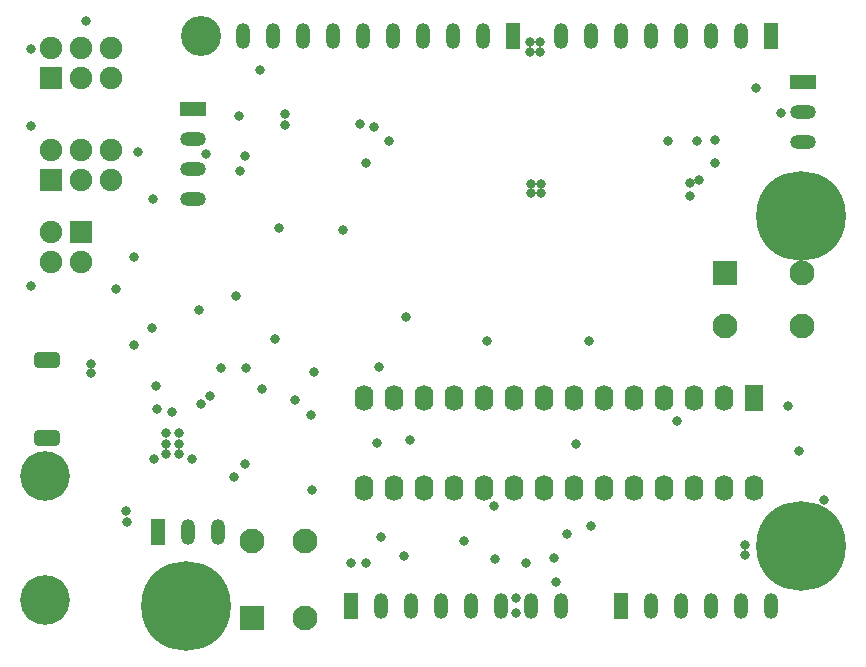
<source format=gbs>
G04*
G04 #@! TF.GenerationSoftware,Altium Limited,Altium Designer,20.2.5 (213)*
G04*
G04 Layer_Color=16711935*
%FSLAX44Y44*%
%MOMM*%
G71*
G04*
G04 #@! TF.SameCoordinates,D028A582-A43C-45AF-95F9-5D6BD50934B0*
G04*
G04*
G04 #@! TF.FilePolarity,Negative*
G04*
G01*
G75*
%ADD48R,2.1000X2.1000*%
%ADD56C,3.4000*%
%ADD57C,4.2000*%
%ADD58R,1.2000X2.2000*%
%ADD59O,1.2000X2.2000*%
%ADD60O,2.2000X1.2000*%
%ADD61R,2.2000X1.2000*%
%ADD62C,7.6000*%
%ADD63R,1.9000X1.9000*%
%ADD64C,1.9000*%
%ADD65C,2.1000*%
%ADD66R,2.1000X2.1000*%
%ADD67R,1.6000X2.2000*%
%ADD68O,1.6000X2.2000*%
G04:AMPARAMS|DCode=69|XSize=2.2mm|YSize=1.4mm|CornerRadius=0.4mm|HoleSize=0mm|Usage=FLASHONLY|Rotation=0.000|XOffset=0mm|YOffset=0mm|HoleType=Round|Shape=RoundedRectangle|*
%AMROUNDEDRECTD69*
21,1,2.2000,0.6000,0,0,0.0*
21,1,1.4000,1.4000,0,0,0.0*
1,1,0.8000,0.7000,-0.3000*
1,1,0.8000,-0.7000,-0.3000*
1,1,0.8000,-0.7000,0.3000*
1,1,0.8000,0.7000,0.3000*
%
%ADD69ROUNDEDRECTD69*%
%ADD70C,0.8000*%
D48*
X195500Y15500D02*
D03*
D56*
X152400Y508000D02*
D03*
D57*
X21000Y31000D02*
D03*
Y136000D02*
D03*
D58*
X416560Y508000D02*
D03*
X279400Y25400D02*
D03*
X635000Y508000D02*
D03*
X508000Y25400D02*
D03*
X116200Y88000D02*
D03*
D59*
X391160Y508000D02*
D03*
X365760D02*
D03*
X340360D02*
D03*
X314960D02*
D03*
X289560D02*
D03*
X264160D02*
D03*
X238760D02*
D03*
X213360D02*
D03*
X187960D02*
D03*
X304800Y25400D02*
D03*
X330200D02*
D03*
X355600D02*
D03*
X381000D02*
D03*
X406400D02*
D03*
X431800D02*
D03*
X457200D02*
D03*
X609600Y508000D02*
D03*
X584200D02*
D03*
X558800D02*
D03*
X533400D02*
D03*
X508000D02*
D03*
X482600D02*
D03*
X457200D02*
D03*
X635000Y25400D02*
D03*
X609600D02*
D03*
X584200D02*
D03*
X558800D02*
D03*
X533400D02*
D03*
X141600Y88000D02*
D03*
X167000D02*
D03*
D60*
X146000Y369800D02*
D03*
Y420600D02*
D03*
Y395200D02*
D03*
X662000Y443600D02*
D03*
Y418200D02*
D03*
D61*
X146000Y446000D02*
D03*
X662000Y469000D02*
D03*
D62*
X139700Y25400D02*
D03*
X660400Y76200D02*
D03*
Y355600D02*
D03*
D63*
X25400Y472440D02*
D03*
Y386080D02*
D03*
X50800Y342000D02*
D03*
D64*
Y472440D02*
D03*
X76200D02*
D03*
X25400Y497840D02*
D03*
X50800D02*
D03*
X76200D02*
D03*
X50800Y386080D02*
D03*
X76200D02*
D03*
X25400Y411480D02*
D03*
X50800D02*
D03*
X76200D02*
D03*
X25400Y316600D02*
D03*
X50800D02*
D03*
X25400Y342000D02*
D03*
D65*
X661500Y307500D02*
D03*
Y262500D02*
D03*
X596500D02*
D03*
X195500Y80500D02*
D03*
X240500D02*
D03*
Y15500D02*
D03*
D66*
X596500Y307500D02*
D03*
D67*
X620650Y201930D02*
D03*
D68*
X595250D02*
D03*
X569850D02*
D03*
X544450D02*
D03*
X519050D02*
D03*
X493650D02*
D03*
X468250D02*
D03*
X442850D02*
D03*
X417450D02*
D03*
X392050D02*
D03*
X366650D02*
D03*
X341250D02*
D03*
X315850D02*
D03*
X290450D02*
D03*
X620650Y125730D02*
D03*
X595250D02*
D03*
X569850D02*
D03*
X544450D02*
D03*
X519050D02*
D03*
X493650D02*
D03*
X468250D02*
D03*
X442850D02*
D03*
X417450D02*
D03*
X392050D02*
D03*
X366650D02*
D03*
X341250D02*
D03*
X315850D02*
D03*
X290450D02*
D03*
D69*
X21995Y168000D02*
D03*
Y234000D02*
D03*
D70*
X573000Y419000D02*
D03*
X9000Y296515D02*
D03*
Y432000D02*
D03*
Y497000D02*
D03*
X272945Y344055D02*
D03*
X219000Y346000D02*
D03*
X134000Y154000D02*
D03*
Y163000D02*
D03*
X123000Y154000D02*
D03*
Y163000D02*
D03*
X134000Y172000D02*
D03*
X650000Y195000D02*
D03*
X613000Y77000D02*
D03*
Y69000D02*
D03*
X432000Y383000D02*
D03*
Y375000D02*
D03*
X441000D02*
D03*
Y383000D02*
D03*
X431000Y503000D02*
D03*
X440000D02*
D03*
Y495000D02*
D03*
X431000D02*
D03*
X588000Y420250D02*
D03*
X312000Y419000D02*
D03*
X248000Y223500D02*
D03*
X302000Y163438D02*
D03*
X330000Y166000D02*
D03*
X326000Y270000D02*
D03*
X303000Y228000D02*
D03*
X574000Y386000D02*
D03*
X567000Y373000D02*
D03*
Y384000D02*
D03*
X428000Y62393D02*
D03*
X452000Y66000D02*
D03*
X462500Y86500D02*
D03*
X419000Y20000D02*
D03*
Y32000D02*
D03*
X375000Y80500D02*
D03*
X402000Y65000D02*
D03*
X305000Y84000D02*
D03*
X453000Y46000D02*
D03*
X401000Y110000D02*
D03*
X470000Y163000D02*
D03*
X481000Y250000D02*
D03*
X395000D02*
D03*
X186000Y394000D02*
D03*
X299000Y431000D02*
D03*
X287000Y434000D02*
D03*
X81000Y294000D02*
D03*
X659000Y157000D02*
D03*
X623000Y464000D02*
D03*
X203000Y479000D02*
D03*
X185000Y440653D02*
D03*
X224000Y442000D02*
D03*
X548000Y419000D02*
D03*
X588000Y401000D02*
D03*
X644000Y443000D02*
D03*
X556000Y182000D02*
D03*
X113000Y150000D02*
D03*
X224000Y433000D02*
D03*
X96000Y247000D02*
D03*
X325000Y68000D02*
D03*
X292000Y62000D02*
D03*
X280000D02*
D03*
X247000Y124000D02*
D03*
X190000Y146000D02*
D03*
X182000Y288000D02*
D03*
X232000Y200000D02*
D03*
X215000Y252000D02*
D03*
X191000Y227000D02*
D03*
X170000D02*
D03*
X151000Y276000D02*
D03*
X123000Y172000D02*
D03*
X145000Y150000D02*
D03*
X157000Y408000D02*
D03*
X55000Y521000D02*
D03*
X190000Y407000D02*
D03*
X181000Y135000D02*
D03*
X89500Y106000D02*
D03*
X89750Y97000D02*
D03*
X59500Y230500D02*
D03*
Y223000D02*
D03*
X680000Y115000D02*
D03*
X111000Y261000D02*
D03*
X112000Y370000D02*
D03*
X96000Y321000D02*
D03*
X99000Y410000D02*
D03*
X246000Y187000D02*
D03*
X483000Y93000D02*
D03*
X160000Y203000D02*
D03*
X128000Y190000D02*
D03*
X204250Y209750D02*
D03*
X153000Y197000D02*
D03*
X114500Y212000D02*
D03*
X115500Y192000D02*
D03*
X292000Y401000D02*
D03*
M02*

</source>
